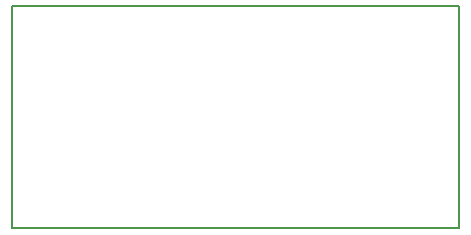
<source format=gm1>
G04 MADE WITH FRITZING*
G04 WWW.FRITZING.ORG*
G04 DOUBLE SIDED*
G04 HOLES PLATED*
G04 CONTOUR ON CENTER OF CONTOUR VECTOR*
%ASAXBY*%
%FSLAX23Y23*%
%MOIN*%
%OFA0B0*%
%SFA1.0B1.0*%
%ADD10R,1.496060X0.748031*%
%ADD11C,0.008000*%
%ADD10C,0.008*%
%LNCONTOUR*%
G90*
G70*
G54D10*
G54D11*
X4Y744D02*
X1492Y744D01*
X1492Y4D01*
X4Y4D01*
X4Y744D01*
D02*
G04 End of contour*
M02*
</source>
